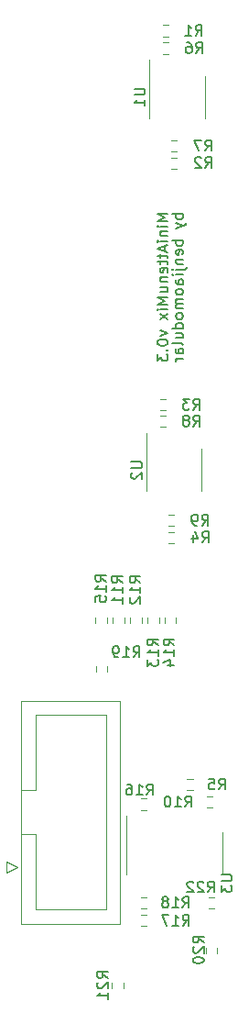
<source format=gbr>
%TF.GenerationSoftware,KiCad,Pcbnew,6.0.11+dfsg-1~bpo11+1*%
%TF.CreationDate,2023-12-01T17:46:12+08:00*%
%TF.ProjectId,MiniAttenuMix v0.3 - Main,4d696e69-4174-4746-956e-754d69782076,v0.3*%
%TF.SameCoordinates,Original*%
%TF.FileFunction,Legend,Bot*%
%TF.FilePolarity,Positive*%
%FSLAX46Y46*%
G04 Gerber Fmt 4.6, Leading zero omitted, Abs format (unit mm)*
G04 Created by KiCad (PCBNEW 6.0.11+dfsg-1~bpo11+1) date 2023-12-01 17:46:12*
%MOMM*%
%LPD*%
G01*
G04 APERTURE LIST*
%ADD10C,0.150000*%
%ADD11C,0.120000*%
G04 APERTURE END LIST*
D10*
X153952380Y-70038095D02*
X152952380Y-70038095D01*
X153666666Y-70371428D01*
X152952380Y-70704761D01*
X153952380Y-70704761D01*
X153952380Y-71180952D02*
X153285714Y-71180952D01*
X152952380Y-71180952D02*
X153000000Y-71133333D01*
X153047619Y-71180952D01*
X153000000Y-71228571D01*
X152952380Y-71180952D01*
X153047619Y-71180952D01*
X153285714Y-71657142D02*
X153952380Y-71657142D01*
X153380952Y-71657142D02*
X153333333Y-71704761D01*
X153285714Y-71800000D01*
X153285714Y-71942857D01*
X153333333Y-72038095D01*
X153428571Y-72085714D01*
X153952380Y-72085714D01*
X153952380Y-72561904D02*
X153285714Y-72561904D01*
X152952380Y-72561904D02*
X153000000Y-72514285D01*
X153047619Y-72561904D01*
X153000000Y-72609523D01*
X152952380Y-72561904D01*
X153047619Y-72561904D01*
X153666666Y-72990476D02*
X153666666Y-73466666D01*
X153952380Y-72895238D02*
X152952380Y-73228571D01*
X153952380Y-73561904D01*
X153285714Y-73752380D02*
X153285714Y-74133333D01*
X152952380Y-73895238D02*
X153809523Y-73895238D01*
X153904761Y-73942857D01*
X153952380Y-74038095D01*
X153952380Y-74133333D01*
X153285714Y-74323809D02*
X153285714Y-74704761D01*
X152952380Y-74466666D02*
X153809523Y-74466666D01*
X153904761Y-74514285D01*
X153952380Y-74609523D01*
X153952380Y-74704761D01*
X153904761Y-75419047D02*
X153952380Y-75323809D01*
X153952380Y-75133333D01*
X153904761Y-75038095D01*
X153809523Y-74990476D01*
X153428571Y-74990476D01*
X153333333Y-75038095D01*
X153285714Y-75133333D01*
X153285714Y-75323809D01*
X153333333Y-75419047D01*
X153428571Y-75466666D01*
X153523809Y-75466666D01*
X153619047Y-74990476D01*
X153285714Y-75895238D02*
X153952380Y-75895238D01*
X153380952Y-75895238D02*
X153333333Y-75942857D01*
X153285714Y-76038095D01*
X153285714Y-76180952D01*
X153333333Y-76276190D01*
X153428571Y-76323809D01*
X153952380Y-76323809D01*
X153285714Y-77228571D02*
X153952380Y-77228571D01*
X153285714Y-76800000D02*
X153809523Y-76800000D01*
X153904761Y-76847619D01*
X153952380Y-76942857D01*
X153952380Y-77085714D01*
X153904761Y-77180952D01*
X153857142Y-77228571D01*
X153952380Y-77704761D02*
X152952380Y-77704761D01*
X153666666Y-78038095D01*
X152952380Y-78371428D01*
X153952380Y-78371428D01*
X153952380Y-78847619D02*
X153285714Y-78847619D01*
X152952380Y-78847619D02*
X153000000Y-78800000D01*
X153047619Y-78847619D01*
X153000000Y-78895238D01*
X152952380Y-78847619D01*
X153047619Y-78847619D01*
X153952380Y-79228571D02*
X153285714Y-79752380D01*
X153285714Y-79228571D02*
X153952380Y-79752380D01*
X153285714Y-80800000D02*
X153952380Y-81038095D01*
X153285714Y-81276190D01*
X152952380Y-81847619D02*
X152952380Y-81942857D01*
X153000000Y-82038095D01*
X153047619Y-82085714D01*
X153142857Y-82133333D01*
X153333333Y-82180952D01*
X153571428Y-82180952D01*
X153761904Y-82133333D01*
X153857142Y-82085714D01*
X153904761Y-82038095D01*
X153952380Y-81942857D01*
X153952380Y-81847619D01*
X153904761Y-81752380D01*
X153857142Y-81704761D01*
X153761904Y-81657142D01*
X153571428Y-81609523D01*
X153333333Y-81609523D01*
X153142857Y-81657142D01*
X153047619Y-81704761D01*
X153000000Y-81752380D01*
X152952380Y-81847619D01*
X153857142Y-82609523D02*
X153904761Y-82657142D01*
X153952380Y-82609523D01*
X153904761Y-82561904D01*
X153857142Y-82609523D01*
X153952380Y-82609523D01*
X152952380Y-82990476D02*
X152952380Y-83609523D01*
X153333333Y-83276190D01*
X153333333Y-83419047D01*
X153380952Y-83514285D01*
X153428571Y-83561904D01*
X153523809Y-83609523D01*
X153761904Y-83609523D01*
X153857142Y-83561904D01*
X153904761Y-83514285D01*
X153952380Y-83419047D01*
X153952380Y-83133333D01*
X153904761Y-83038095D01*
X153857142Y-82990476D01*
X155352380Y-70061904D02*
X154352380Y-70061904D01*
X154733333Y-70061904D02*
X154685714Y-70157142D01*
X154685714Y-70347619D01*
X154733333Y-70442857D01*
X154780952Y-70490476D01*
X154876190Y-70538095D01*
X155161904Y-70538095D01*
X155257142Y-70490476D01*
X155304761Y-70442857D01*
X155352380Y-70347619D01*
X155352380Y-70157142D01*
X155304761Y-70061904D01*
X154685714Y-70871428D02*
X155352380Y-71109523D01*
X154685714Y-71347619D02*
X155352380Y-71109523D01*
X155590476Y-71014285D01*
X155638095Y-70966666D01*
X155685714Y-70871428D01*
X155352380Y-72490476D02*
X154352380Y-72490476D01*
X154733333Y-72490476D02*
X154685714Y-72585714D01*
X154685714Y-72776190D01*
X154733333Y-72871428D01*
X154780952Y-72919047D01*
X154876190Y-72966666D01*
X155161904Y-72966666D01*
X155257142Y-72919047D01*
X155304761Y-72871428D01*
X155352380Y-72776190D01*
X155352380Y-72585714D01*
X155304761Y-72490476D01*
X155304761Y-73776190D02*
X155352380Y-73680952D01*
X155352380Y-73490476D01*
X155304761Y-73395238D01*
X155209523Y-73347619D01*
X154828571Y-73347619D01*
X154733333Y-73395238D01*
X154685714Y-73490476D01*
X154685714Y-73680952D01*
X154733333Y-73776190D01*
X154828571Y-73823809D01*
X154923809Y-73823809D01*
X155019047Y-73347619D01*
X154685714Y-74252380D02*
X155352380Y-74252380D01*
X154780952Y-74252380D02*
X154733333Y-74300000D01*
X154685714Y-74395238D01*
X154685714Y-74538095D01*
X154733333Y-74633333D01*
X154828571Y-74680952D01*
X155352380Y-74680952D01*
X154685714Y-75157142D02*
X155542857Y-75157142D01*
X155638095Y-75109523D01*
X155685714Y-75014285D01*
X155685714Y-74966666D01*
X154352380Y-75157142D02*
X154400000Y-75109523D01*
X154447619Y-75157142D01*
X154400000Y-75204761D01*
X154352380Y-75157142D01*
X154447619Y-75157142D01*
X155352380Y-75633333D02*
X154685714Y-75633333D01*
X154352380Y-75633333D02*
X154400000Y-75585714D01*
X154447619Y-75633333D01*
X154400000Y-75680952D01*
X154352380Y-75633333D01*
X154447619Y-75633333D01*
X155352380Y-76538095D02*
X154828571Y-76538095D01*
X154733333Y-76490476D01*
X154685714Y-76395238D01*
X154685714Y-76204761D01*
X154733333Y-76109523D01*
X155304761Y-76538095D02*
X155352380Y-76442857D01*
X155352380Y-76204761D01*
X155304761Y-76109523D01*
X155209523Y-76061904D01*
X155114285Y-76061904D01*
X155019047Y-76109523D01*
X154971428Y-76204761D01*
X154971428Y-76442857D01*
X154923809Y-76538095D01*
X155352380Y-77157142D02*
X155304761Y-77061904D01*
X155257142Y-77014285D01*
X155161904Y-76966666D01*
X154876190Y-76966666D01*
X154780952Y-77014285D01*
X154733333Y-77061904D01*
X154685714Y-77157142D01*
X154685714Y-77300000D01*
X154733333Y-77395238D01*
X154780952Y-77442857D01*
X154876190Y-77490476D01*
X155161904Y-77490476D01*
X155257142Y-77442857D01*
X155304761Y-77395238D01*
X155352380Y-77300000D01*
X155352380Y-77157142D01*
X155352380Y-77919047D02*
X154685714Y-77919047D01*
X154780952Y-77919047D02*
X154733333Y-77966666D01*
X154685714Y-78061904D01*
X154685714Y-78204761D01*
X154733333Y-78300000D01*
X154828571Y-78347619D01*
X155352380Y-78347619D01*
X154828571Y-78347619D02*
X154733333Y-78395238D01*
X154685714Y-78490476D01*
X154685714Y-78633333D01*
X154733333Y-78728571D01*
X154828571Y-78776190D01*
X155352380Y-78776190D01*
X155352380Y-79395238D02*
X155304761Y-79300000D01*
X155257142Y-79252380D01*
X155161904Y-79204761D01*
X154876190Y-79204761D01*
X154780952Y-79252380D01*
X154733333Y-79300000D01*
X154685714Y-79395238D01*
X154685714Y-79538095D01*
X154733333Y-79633333D01*
X154780952Y-79680952D01*
X154876190Y-79728571D01*
X155161904Y-79728571D01*
X155257142Y-79680952D01*
X155304761Y-79633333D01*
X155352380Y-79538095D01*
X155352380Y-79395238D01*
X155352380Y-80585714D02*
X154352380Y-80585714D01*
X155304761Y-80585714D02*
X155352380Y-80490476D01*
X155352380Y-80300000D01*
X155304761Y-80204761D01*
X155257142Y-80157142D01*
X155161904Y-80109523D01*
X154876190Y-80109523D01*
X154780952Y-80157142D01*
X154733333Y-80204761D01*
X154685714Y-80300000D01*
X154685714Y-80490476D01*
X154733333Y-80585714D01*
X154685714Y-81490476D02*
X155352380Y-81490476D01*
X154685714Y-81061904D02*
X155209523Y-81061904D01*
X155304761Y-81109523D01*
X155352380Y-81204761D01*
X155352380Y-81347619D01*
X155304761Y-81442857D01*
X155257142Y-81490476D01*
X155352380Y-82109523D02*
X155304761Y-82014285D01*
X155209523Y-81966666D01*
X154352380Y-81966666D01*
X155352380Y-82919047D02*
X154828571Y-82919047D01*
X154733333Y-82871428D01*
X154685714Y-82776190D01*
X154685714Y-82585714D01*
X154733333Y-82490476D01*
X155304761Y-82919047D02*
X155352380Y-82823809D01*
X155352380Y-82585714D01*
X155304761Y-82490476D01*
X155209523Y-82442857D01*
X155114285Y-82442857D01*
X155019047Y-82490476D01*
X154971428Y-82585714D01*
X154971428Y-82823809D01*
X154923809Y-82919047D01*
X155352380Y-83395238D02*
X154685714Y-83395238D01*
X154876190Y-83395238D02*
X154780952Y-83442857D01*
X154733333Y-83490476D01*
X154685714Y-83585714D01*
X154685714Y-83680952D01*
%TO.C,R16*%
X151992857Y-123652380D02*
X152326190Y-123176190D01*
X152564285Y-123652380D02*
X152564285Y-122652380D01*
X152183333Y-122652380D01*
X152088095Y-122700000D01*
X152040476Y-122747619D01*
X151992857Y-122842857D01*
X151992857Y-122985714D01*
X152040476Y-123080952D01*
X152088095Y-123128571D01*
X152183333Y-123176190D01*
X152564285Y-123176190D01*
X151040476Y-123652380D02*
X151611904Y-123652380D01*
X151326190Y-123652380D02*
X151326190Y-122652380D01*
X151421428Y-122795238D01*
X151516666Y-122890476D01*
X151611904Y-122938095D01*
X150183333Y-122652380D02*
X150373809Y-122652380D01*
X150469047Y-122700000D01*
X150516666Y-122747619D01*
X150611904Y-122890476D01*
X150659523Y-123080952D01*
X150659523Y-123461904D01*
X150611904Y-123557142D01*
X150564285Y-123604761D01*
X150469047Y-123652380D01*
X150278571Y-123652380D01*
X150183333Y-123604761D01*
X150135714Y-123557142D01*
X150088095Y-123461904D01*
X150088095Y-123223809D01*
X150135714Y-123128571D01*
X150183333Y-123080952D01*
X150278571Y-123033333D01*
X150469047Y-123033333D01*
X150564285Y-123080952D01*
X150611904Y-123128571D01*
X150659523Y-123223809D01*
%TO.C,U1*%
X150847380Y-58487171D02*
X151656904Y-58487171D01*
X151752142Y-58534790D01*
X151799761Y-58582409D01*
X151847380Y-58677647D01*
X151847380Y-58868123D01*
X151799761Y-58963361D01*
X151752142Y-59010980D01*
X151656904Y-59058599D01*
X150847380Y-59058599D01*
X151847380Y-60058599D02*
X151847380Y-59487171D01*
X151847380Y-59772885D02*
X150847380Y-59772885D01*
X150990238Y-59677647D01*
X151085476Y-59582409D01*
X151133095Y-59487171D01*
%TO.C,R18*%
X155317857Y-134052380D02*
X155651190Y-133576190D01*
X155889285Y-134052380D02*
X155889285Y-133052380D01*
X155508333Y-133052380D01*
X155413095Y-133100000D01*
X155365476Y-133147619D01*
X155317857Y-133242857D01*
X155317857Y-133385714D01*
X155365476Y-133480952D01*
X155413095Y-133528571D01*
X155508333Y-133576190D01*
X155889285Y-133576190D01*
X154365476Y-134052380D02*
X154936904Y-134052380D01*
X154651190Y-134052380D02*
X154651190Y-133052380D01*
X154746428Y-133195238D01*
X154841666Y-133290476D01*
X154936904Y-133338095D01*
X153794047Y-133480952D02*
X153889285Y-133433333D01*
X153936904Y-133385714D01*
X153984523Y-133290476D01*
X153984523Y-133242857D01*
X153936904Y-133147619D01*
X153889285Y-133100000D01*
X153794047Y-133052380D01*
X153603571Y-133052380D01*
X153508333Y-133100000D01*
X153460714Y-133147619D01*
X153413095Y-133242857D01*
X153413095Y-133290476D01*
X153460714Y-133385714D01*
X153508333Y-133433333D01*
X153603571Y-133480952D01*
X153794047Y-133480952D01*
X153889285Y-133528571D01*
X153936904Y-133576190D01*
X153984523Y-133671428D01*
X153984523Y-133861904D01*
X153936904Y-133957142D01*
X153889285Y-134004761D01*
X153794047Y-134052380D01*
X153603571Y-134052380D01*
X153508333Y-134004761D01*
X153460714Y-133957142D01*
X153413095Y-133861904D01*
X153413095Y-133671428D01*
X153460714Y-133576190D01*
X153508333Y-133528571D01*
X153603571Y-133480952D01*
%TO.C,R1*%
X156511666Y-53601456D02*
X156845000Y-53125266D01*
X157083095Y-53601456D02*
X157083095Y-52601456D01*
X156702142Y-52601456D01*
X156606904Y-52649076D01*
X156559285Y-52696695D01*
X156511666Y-52791933D01*
X156511666Y-52934790D01*
X156559285Y-53030028D01*
X156606904Y-53077647D01*
X156702142Y-53125266D01*
X157083095Y-53125266D01*
X155559285Y-53601456D02*
X156130714Y-53601456D01*
X155845000Y-53601456D02*
X155845000Y-52601456D01*
X155940238Y-52744314D01*
X156035476Y-52839552D01*
X156130714Y-52887171D01*
%TO.C,R11*%
X149777380Y-104082142D02*
X149301190Y-103748809D01*
X149777380Y-103510714D02*
X148777380Y-103510714D01*
X148777380Y-103891666D01*
X148825000Y-103986904D01*
X148872619Y-104034523D01*
X148967857Y-104082142D01*
X149110714Y-104082142D01*
X149205952Y-104034523D01*
X149253571Y-103986904D01*
X149301190Y-103891666D01*
X149301190Y-103510714D01*
X149777380Y-105034523D02*
X149777380Y-104463095D01*
X149777380Y-104748809D02*
X148777380Y-104748809D01*
X148920238Y-104653571D01*
X149015476Y-104558333D01*
X149063095Y-104463095D01*
X149777380Y-105986904D02*
X149777380Y-105415476D01*
X149777380Y-105701190D02*
X148777380Y-105701190D01*
X148920238Y-105605952D01*
X149015476Y-105510714D01*
X149063095Y-105415476D01*
%TO.C,R9*%
X157114066Y-98779980D02*
X157447400Y-98303790D01*
X157685495Y-98779980D02*
X157685495Y-97779980D01*
X157304542Y-97779980D01*
X157209304Y-97827600D01*
X157161685Y-97875219D01*
X157114066Y-97970457D01*
X157114066Y-98113314D01*
X157161685Y-98208552D01*
X157209304Y-98256171D01*
X157304542Y-98303790D01*
X157685495Y-98303790D01*
X156637876Y-98779980D02*
X156447400Y-98779980D01*
X156352161Y-98732361D01*
X156304542Y-98684742D01*
X156209304Y-98541885D01*
X156161685Y-98351409D01*
X156161685Y-97970457D01*
X156209304Y-97875219D01*
X156256923Y-97827600D01*
X156352161Y-97779980D01*
X156542638Y-97779980D01*
X156637876Y-97827600D01*
X156685495Y-97875219D01*
X156733114Y-97970457D01*
X156733114Y-98208552D01*
X156685495Y-98303790D01*
X156637876Y-98351409D01*
X156542638Y-98399028D01*
X156352161Y-98399028D01*
X156256923Y-98351409D01*
X156209304Y-98303790D01*
X156161685Y-98208552D01*
%TO.C,R4*%
X157126566Y-100354980D02*
X157459900Y-99878790D01*
X157697995Y-100354980D02*
X157697995Y-99354980D01*
X157317042Y-99354980D01*
X157221804Y-99402600D01*
X157174185Y-99450219D01*
X157126566Y-99545457D01*
X157126566Y-99688314D01*
X157174185Y-99783552D01*
X157221804Y-99831171D01*
X157317042Y-99878790D01*
X157697995Y-99878790D01*
X156269423Y-99688314D02*
X156269423Y-100354980D01*
X156507519Y-99307361D02*
X156745614Y-100021647D01*
X156126566Y-100021647D01*
%TO.C,R17*%
X155332857Y-135702380D02*
X155666190Y-135226190D01*
X155904285Y-135702380D02*
X155904285Y-134702380D01*
X155523333Y-134702380D01*
X155428095Y-134750000D01*
X155380476Y-134797619D01*
X155332857Y-134892857D01*
X155332857Y-135035714D01*
X155380476Y-135130952D01*
X155428095Y-135178571D01*
X155523333Y-135226190D01*
X155904285Y-135226190D01*
X154380476Y-135702380D02*
X154951904Y-135702380D01*
X154666190Y-135702380D02*
X154666190Y-134702380D01*
X154761428Y-134845238D01*
X154856666Y-134940476D01*
X154951904Y-134988095D01*
X154047142Y-134702380D02*
X153380476Y-134702380D01*
X153809047Y-135702380D01*
%TO.C,R22*%
X157642857Y-132632380D02*
X157976190Y-132156190D01*
X158214285Y-132632380D02*
X158214285Y-131632380D01*
X157833333Y-131632380D01*
X157738095Y-131680000D01*
X157690476Y-131727619D01*
X157642857Y-131822857D01*
X157642857Y-131965714D01*
X157690476Y-132060952D01*
X157738095Y-132108571D01*
X157833333Y-132156190D01*
X158214285Y-132156190D01*
X157261904Y-131727619D02*
X157214285Y-131680000D01*
X157119047Y-131632380D01*
X156880952Y-131632380D01*
X156785714Y-131680000D01*
X156738095Y-131727619D01*
X156690476Y-131822857D01*
X156690476Y-131918095D01*
X156738095Y-132060952D01*
X157309523Y-132632380D01*
X156690476Y-132632380D01*
X156309523Y-131727619D02*
X156261904Y-131680000D01*
X156166666Y-131632380D01*
X155928571Y-131632380D01*
X155833333Y-131680000D01*
X155785714Y-131727619D01*
X155738095Y-131822857D01*
X155738095Y-131918095D01*
X155785714Y-132060952D01*
X156357142Y-132632380D01*
X155738095Y-132632380D01*
%TO.C,R7*%
X157411666Y-64226456D02*
X157745000Y-63750266D01*
X157983095Y-64226456D02*
X157983095Y-63226456D01*
X157602142Y-63226456D01*
X157506904Y-63274076D01*
X157459285Y-63321695D01*
X157411666Y-63416933D01*
X157411666Y-63559790D01*
X157459285Y-63655028D01*
X157506904Y-63702647D01*
X157602142Y-63750266D01*
X157983095Y-63750266D01*
X157078333Y-63226456D02*
X156411666Y-63226456D01*
X156840238Y-64226456D01*
%TO.C,R13*%
X153052380Y-109857142D02*
X152576190Y-109523809D01*
X153052380Y-109285714D02*
X152052380Y-109285714D01*
X152052380Y-109666666D01*
X152100000Y-109761904D01*
X152147619Y-109809523D01*
X152242857Y-109857142D01*
X152385714Y-109857142D01*
X152480952Y-109809523D01*
X152528571Y-109761904D01*
X152576190Y-109666666D01*
X152576190Y-109285714D01*
X153052380Y-110809523D02*
X153052380Y-110238095D01*
X153052380Y-110523809D02*
X152052380Y-110523809D01*
X152195238Y-110428571D01*
X152290476Y-110333333D01*
X152338095Y-110238095D01*
X152052380Y-111142857D02*
X152052380Y-111761904D01*
X152433333Y-111428571D01*
X152433333Y-111571428D01*
X152480952Y-111666666D01*
X152528571Y-111714285D01*
X152623809Y-111761904D01*
X152861904Y-111761904D01*
X152957142Y-111714285D01*
X153004761Y-111666666D01*
X153052380Y-111571428D01*
X153052380Y-111285714D01*
X153004761Y-111190476D01*
X152957142Y-111142857D01*
%TO.C,R3*%
X156291666Y-88104980D02*
X156625000Y-87628790D01*
X156863095Y-88104980D02*
X156863095Y-87104980D01*
X156482142Y-87104980D01*
X156386904Y-87152600D01*
X156339285Y-87200219D01*
X156291666Y-87295457D01*
X156291666Y-87438314D01*
X156339285Y-87533552D01*
X156386904Y-87581171D01*
X156482142Y-87628790D01*
X156863095Y-87628790D01*
X155958333Y-87104980D02*
X155339285Y-87104980D01*
X155672619Y-87485933D01*
X155529761Y-87485933D01*
X155434523Y-87533552D01*
X155386904Y-87581171D01*
X155339285Y-87676409D01*
X155339285Y-87914504D01*
X155386904Y-88009742D01*
X155434523Y-88057361D01*
X155529761Y-88104980D01*
X155815476Y-88104980D01*
X155910714Y-88057361D01*
X155958333Y-88009742D01*
%TO.C,R10*%
X155542857Y-124752380D02*
X155876190Y-124276190D01*
X156114285Y-124752380D02*
X156114285Y-123752380D01*
X155733333Y-123752380D01*
X155638095Y-123800000D01*
X155590476Y-123847619D01*
X155542857Y-123942857D01*
X155542857Y-124085714D01*
X155590476Y-124180952D01*
X155638095Y-124228571D01*
X155733333Y-124276190D01*
X156114285Y-124276190D01*
X154590476Y-124752380D02*
X155161904Y-124752380D01*
X154876190Y-124752380D02*
X154876190Y-123752380D01*
X154971428Y-123895238D01*
X155066666Y-123990476D01*
X155161904Y-124038095D01*
X153971428Y-123752380D02*
X153876190Y-123752380D01*
X153780952Y-123800000D01*
X153733333Y-123847619D01*
X153685714Y-123942857D01*
X153638095Y-124133333D01*
X153638095Y-124371428D01*
X153685714Y-124561904D01*
X153733333Y-124657142D01*
X153780952Y-124704761D01*
X153876190Y-124752380D01*
X153971428Y-124752380D01*
X154066666Y-124704761D01*
X154114285Y-124657142D01*
X154161904Y-124561904D01*
X154209523Y-124371428D01*
X154209523Y-124133333D01*
X154161904Y-123942857D01*
X154114285Y-123847619D01*
X154066666Y-123800000D01*
X153971428Y-123752380D01*
%TO.C,R21*%
X148402380Y-140557142D02*
X147926190Y-140223809D01*
X148402380Y-139985714D02*
X147402380Y-139985714D01*
X147402380Y-140366666D01*
X147450000Y-140461904D01*
X147497619Y-140509523D01*
X147592857Y-140557142D01*
X147735714Y-140557142D01*
X147830952Y-140509523D01*
X147878571Y-140461904D01*
X147926190Y-140366666D01*
X147926190Y-139985714D01*
X147497619Y-140938095D02*
X147450000Y-140985714D01*
X147402380Y-141080952D01*
X147402380Y-141319047D01*
X147450000Y-141414285D01*
X147497619Y-141461904D01*
X147592857Y-141509523D01*
X147688095Y-141509523D01*
X147830952Y-141461904D01*
X148402380Y-140890476D01*
X148402380Y-141509523D01*
X148402380Y-142461904D02*
X148402380Y-141890476D01*
X148402380Y-142176190D02*
X147402380Y-142176190D01*
X147545238Y-142080952D01*
X147640476Y-141985714D01*
X147688095Y-141890476D01*
%TO.C,R6*%
X156561666Y-55201456D02*
X156895000Y-54725266D01*
X157133095Y-55201456D02*
X157133095Y-54201456D01*
X156752142Y-54201456D01*
X156656904Y-54249076D01*
X156609285Y-54296695D01*
X156561666Y-54391933D01*
X156561666Y-54534790D01*
X156609285Y-54630028D01*
X156656904Y-54677647D01*
X156752142Y-54725266D01*
X157133095Y-54725266D01*
X155704523Y-54201456D02*
X155895000Y-54201456D01*
X155990238Y-54249076D01*
X156037857Y-54296695D01*
X156133095Y-54439552D01*
X156180714Y-54630028D01*
X156180714Y-55010980D01*
X156133095Y-55106218D01*
X156085476Y-55153837D01*
X155990238Y-55201456D01*
X155799761Y-55201456D01*
X155704523Y-55153837D01*
X155656904Y-55106218D01*
X155609285Y-55010980D01*
X155609285Y-54772885D01*
X155656904Y-54677647D01*
X155704523Y-54630028D01*
X155799761Y-54582409D01*
X155990238Y-54582409D01*
X156085476Y-54630028D01*
X156133095Y-54677647D01*
X156180714Y-54772885D01*
%TO.C,R12*%
X151427380Y-104082142D02*
X150951190Y-103748809D01*
X151427380Y-103510714D02*
X150427380Y-103510714D01*
X150427380Y-103891666D01*
X150475000Y-103986904D01*
X150522619Y-104034523D01*
X150617857Y-104082142D01*
X150760714Y-104082142D01*
X150855952Y-104034523D01*
X150903571Y-103986904D01*
X150951190Y-103891666D01*
X150951190Y-103510714D01*
X151427380Y-105034523D02*
X151427380Y-104463095D01*
X151427380Y-104748809D02*
X150427380Y-104748809D01*
X150570238Y-104653571D01*
X150665476Y-104558333D01*
X150713095Y-104463095D01*
X150522619Y-105415476D02*
X150475000Y-105463095D01*
X150427380Y-105558333D01*
X150427380Y-105796428D01*
X150475000Y-105891666D01*
X150522619Y-105939285D01*
X150617857Y-105986904D01*
X150713095Y-105986904D01*
X150855952Y-105939285D01*
X151427380Y-105367857D01*
X151427380Y-105986904D01*
%TO.C,R8*%
X156311566Y-89629980D02*
X156644900Y-89153790D01*
X156882995Y-89629980D02*
X156882995Y-88629980D01*
X156502042Y-88629980D01*
X156406804Y-88677600D01*
X156359185Y-88725219D01*
X156311566Y-88820457D01*
X156311566Y-88963314D01*
X156359185Y-89058552D01*
X156406804Y-89106171D01*
X156502042Y-89153790D01*
X156882995Y-89153790D01*
X155740138Y-89058552D02*
X155835376Y-89010933D01*
X155882995Y-88963314D01*
X155930614Y-88868076D01*
X155930614Y-88820457D01*
X155882995Y-88725219D01*
X155835376Y-88677600D01*
X155740138Y-88629980D01*
X155549661Y-88629980D01*
X155454423Y-88677600D01*
X155406804Y-88725219D01*
X155359185Y-88820457D01*
X155359185Y-88868076D01*
X155406804Y-88963314D01*
X155454423Y-89010933D01*
X155549661Y-89058552D01*
X155740138Y-89058552D01*
X155835376Y-89106171D01*
X155882995Y-89153790D01*
X155930614Y-89249028D01*
X155930614Y-89439504D01*
X155882995Y-89534742D01*
X155835376Y-89582361D01*
X155740138Y-89629980D01*
X155549661Y-89629980D01*
X155454423Y-89582361D01*
X155406804Y-89534742D01*
X155359185Y-89439504D01*
X155359185Y-89249028D01*
X155406804Y-89153790D01*
X155454423Y-89106171D01*
X155549661Y-89058552D01*
%TO.C,R14*%
X154552380Y-109857142D02*
X154076190Y-109523809D01*
X154552380Y-109285714D02*
X153552380Y-109285714D01*
X153552380Y-109666666D01*
X153600000Y-109761904D01*
X153647619Y-109809523D01*
X153742857Y-109857142D01*
X153885714Y-109857142D01*
X153980952Y-109809523D01*
X154028571Y-109761904D01*
X154076190Y-109666666D01*
X154076190Y-109285714D01*
X154552380Y-110809523D02*
X154552380Y-110238095D01*
X154552380Y-110523809D02*
X153552380Y-110523809D01*
X153695238Y-110428571D01*
X153790476Y-110333333D01*
X153838095Y-110238095D01*
X153885714Y-111666666D02*
X154552380Y-111666666D01*
X153504761Y-111428571D02*
X154219047Y-111190476D01*
X154219047Y-111809523D01*
%TO.C,R19*%
X150756857Y-110942380D02*
X151090190Y-110466190D01*
X151328285Y-110942380D02*
X151328285Y-109942380D01*
X150947333Y-109942380D01*
X150852095Y-109990000D01*
X150804476Y-110037619D01*
X150756857Y-110132857D01*
X150756857Y-110275714D01*
X150804476Y-110370952D01*
X150852095Y-110418571D01*
X150947333Y-110466190D01*
X151328285Y-110466190D01*
X149804476Y-110942380D02*
X150375904Y-110942380D01*
X150090190Y-110942380D02*
X150090190Y-109942380D01*
X150185428Y-110085238D01*
X150280666Y-110180476D01*
X150375904Y-110228095D01*
X149328285Y-110942380D02*
X149137809Y-110942380D01*
X149042571Y-110894761D01*
X148994952Y-110847142D01*
X148899714Y-110704285D01*
X148852095Y-110513809D01*
X148852095Y-110132857D01*
X148899714Y-110037619D01*
X148947333Y-109990000D01*
X149042571Y-109942380D01*
X149233047Y-109942380D01*
X149328285Y-109990000D01*
X149375904Y-110037619D01*
X149423523Y-110132857D01*
X149423523Y-110370952D01*
X149375904Y-110466190D01*
X149328285Y-110513809D01*
X149233047Y-110561428D01*
X149042571Y-110561428D01*
X148947333Y-110513809D01*
X148899714Y-110466190D01*
X148852095Y-110370952D01*
%TO.C,U2*%
X150572280Y-92915695D02*
X151381804Y-92915695D01*
X151477042Y-92963314D01*
X151524661Y-93010933D01*
X151572280Y-93106171D01*
X151572280Y-93296647D01*
X151524661Y-93391885D01*
X151477042Y-93439504D01*
X151381804Y-93487123D01*
X150572280Y-93487123D01*
X150667519Y-93915695D02*
X150619900Y-93963314D01*
X150572280Y-94058552D01*
X150572280Y-94296647D01*
X150619900Y-94391885D01*
X150667519Y-94439504D01*
X150762757Y-94487123D01*
X150857995Y-94487123D01*
X151000852Y-94439504D01*
X151572280Y-93868076D01*
X151572280Y-94487123D01*
%TO.C,R20*%
X157277380Y-137282142D02*
X156801190Y-136948809D01*
X157277380Y-136710714D02*
X156277380Y-136710714D01*
X156277380Y-137091666D01*
X156325000Y-137186904D01*
X156372619Y-137234523D01*
X156467857Y-137282142D01*
X156610714Y-137282142D01*
X156705952Y-137234523D01*
X156753571Y-137186904D01*
X156801190Y-137091666D01*
X156801190Y-136710714D01*
X156372619Y-137663095D02*
X156325000Y-137710714D01*
X156277380Y-137805952D01*
X156277380Y-138044047D01*
X156325000Y-138139285D01*
X156372619Y-138186904D01*
X156467857Y-138234523D01*
X156563095Y-138234523D01*
X156705952Y-138186904D01*
X157277380Y-137615476D01*
X157277380Y-138234523D01*
X156277380Y-138853571D02*
X156277380Y-138948809D01*
X156325000Y-139044047D01*
X156372619Y-139091666D01*
X156467857Y-139139285D01*
X156658333Y-139186904D01*
X156896428Y-139186904D01*
X157086904Y-139139285D01*
X157182142Y-139091666D01*
X157229761Y-139044047D01*
X157277380Y-138948809D01*
X157277380Y-138853571D01*
X157229761Y-138758333D01*
X157182142Y-138710714D01*
X157086904Y-138663095D01*
X156896428Y-138615476D01*
X156658333Y-138615476D01*
X156467857Y-138663095D01*
X156372619Y-138710714D01*
X156325000Y-138758333D01*
X156277380Y-138853571D01*
%TO.C,U3*%
X158882380Y-131018095D02*
X159691904Y-131018095D01*
X159787142Y-131065714D01*
X159834761Y-131113333D01*
X159882380Y-131208571D01*
X159882380Y-131399047D01*
X159834761Y-131494285D01*
X159787142Y-131541904D01*
X159691904Y-131589523D01*
X158882380Y-131589523D01*
X158882380Y-131970476D02*
X158882380Y-132589523D01*
X159263333Y-132256190D01*
X159263333Y-132399047D01*
X159310952Y-132494285D01*
X159358571Y-132541904D01*
X159453809Y-132589523D01*
X159691904Y-132589523D01*
X159787142Y-132541904D01*
X159834761Y-132494285D01*
X159882380Y-132399047D01*
X159882380Y-132113333D01*
X159834761Y-132018095D01*
X159787142Y-131970476D01*
%TO.C,R15*%
X148252380Y-103957142D02*
X147776190Y-103623809D01*
X148252380Y-103385714D02*
X147252380Y-103385714D01*
X147252380Y-103766666D01*
X147300000Y-103861904D01*
X147347619Y-103909523D01*
X147442857Y-103957142D01*
X147585714Y-103957142D01*
X147680952Y-103909523D01*
X147728571Y-103861904D01*
X147776190Y-103766666D01*
X147776190Y-103385714D01*
X148252380Y-104909523D02*
X148252380Y-104338095D01*
X148252380Y-104623809D02*
X147252380Y-104623809D01*
X147395238Y-104528571D01*
X147490476Y-104433333D01*
X147538095Y-104338095D01*
X147252380Y-105814285D02*
X147252380Y-105338095D01*
X147728571Y-105290476D01*
X147680952Y-105338095D01*
X147633333Y-105433333D01*
X147633333Y-105671428D01*
X147680952Y-105766666D01*
X147728571Y-105814285D01*
X147823809Y-105861904D01*
X148061904Y-105861904D01*
X148157142Y-105814285D01*
X148204761Y-105766666D01*
X148252380Y-105671428D01*
X148252380Y-105433333D01*
X148204761Y-105338095D01*
X148157142Y-105290476D01*
%TO.C,R2*%
X157411666Y-65801456D02*
X157745000Y-65325266D01*
X157983095Y-65801456D02*
X157983095Y-64801456D01*
X157602142Y-64801456D01*
X157506904Y-64849076D01*
X157459285Y-64896695D01*
X157411666Y-64991933D01*
X157411666Y-65134790D01*
X157459285Y-65230028D01*
X157506904Y-65277647D01*
X157602142Y-65325266D01*
X157983095Y-65325266D01*
X157030714Y-64896695D02*
X156983095Y-64849076D01*
X156887857Y-64801456D01*
X156649761Y-64801456D01*
X156554523Y-64849076D01*
X156506904Y-64896695D01*
X156459285Y-64991933D01*
X156459285Y-65087171D01*
X156506904Y-65230028D01*
X157078333Y-65801456D01*
X156459285Y-65801456D01*
%TO.C,R5*%
X158666666Y-123152380D02*
X159000000Y-122676190D01*
X159238095Y-123152380D02*
X159238095Y-122152380D01*
X158857142Y-122152380D01*
X158761904Y-122200000D01*
X158714285Y-122247619D01*
X158666666Y-122342857D01*
X158666666Y-122485714D01*
X158714285Y-122580952D01*
X158761904Y-122628571D01*
X158857142Y-122676190D01*
X159238095Y-122676190D01*
X157761904Y-122152380D02*
X158238095Y-122152380D01*
X158285714Y-122628571D01*
X158238095Y-122580952D01*
X158142857Y-122533333D01*
X157904761Y-122533333D01*
X157809523Y-122580952D01*
X157761904Y-122628571D01*
X157714285Y-122723809D01*
X157714285Y-122961904D01*
X157761904Y-123057142D01*
X157809523Y-123104761D01*
X157904761Y-123152380D01*
X158142857Y-123152380D01*
X158238095Y-123104761D01*
X158285714Y-123057142D01*
D11*
%TO.C,R16*%
X151944724Y-125022500D02*
X151435276Y-125022500D01*
X151944724Y-123977500D02*
X151435276Y-123977500D01*
%TO.C,U1*%
X152235000Y-59249076D02*
X152235000Y-61199076D01*
X157355000Y-59249076D02*
X157355000Y-61199076D01*
X152235000Y-59249076D02*
X152235000Y-55799076D01*
X157355000Y-59249076D02*
X157355000Y-57299076D01*
%TO.C,R18*%
X151944724Y-133077500D02*
X151435276Y-133077500D01*
X151944724Y-134122500D02*
X151435276Y-134122500D01*
%TO.C,R1*%
X153490276Y-53671576D02*
X153999724Y-53671576D01*
X153490276Y-52626576D02*
X153999724Y-52626576D01*
%TO.C,R11*%
X149922500Y-107245276D02*
X149922500Y-107754724D01*
X148877500Y-107245276D02*
X148877500Y-107754724D01*
%TO.C,R9*%
X154514624Y-97805100D02*
X154005176Y-97805100D01*
X154514624Y-98850100D02*
X154005176Y-98850100D01*
%TO.C,R4*%
X154030176Y-100425100D02*
X154539624Y-100425100D01*
X154030176Y-99380100D02*
X154539624Y-99380100D01*
%TO.C,J1*%
X139017500Y-130830000D02*
X139017500Y-129830000D01*
X141717500Y-116260000D02*
X141717500Y-123200000D01*
X140407500Y-135540000D02*
X149527500Y-135540000D01*
X141717500Y-127300000D02*
X141717500Y-134240000D01*
X141717500Y-123200000D02*
X141717500Y-123200000D01*
X140017500Y-130330000D02*
X139017500Y-130830000D01*
X149527500Y-135540000D02*
X149527500Y-114960000D01*
X148217500Y-134240000D02*
X148217500Y-116260000D01*
X148217500Y-116260000D02*
X141717500Y-116260000D01*
X140407500Y-127300000D02*
X141717500Y-127300000D01*
X139017500Y-129830000D02*
X140017500Y-130330000D01*
X149527500Y-114960000D02*
X140407500Y-114960000D01*
X140407500Y-114960000D02*
X140407500Y-135540000D01*
X141717500Y-123200000D02*
X140407500Y-123200000D01*
X141717500Y-134240000D02*
X148217500Y-134240000D01*
%TO.C,R17*%
X151435276Y-135722500D02*
X151944724Y-135722500D01*
X151435276Y-134677500D02*
X151944724Y-134677500D01*
%TO.C,R22*%
X157755276Y-133067500D02*
X158264724Y-133067500D01*
X157755276Y-134112500D02*
X158264724Y-134112500D01*
%TO.C,R7*%
X154799724Y-63251576D02*
X154290276Y-63251576D01*
X154799724Y-64296576D02*
X154290276Y-64296576D01*
%TO.C,R13*%
X153122500Y-107245276D02*
X153122500Y-107754724D01*
X152077500Y-107245276D02*
X152077500Y-107754724D01*
%TO.C,R3*%
X153245276Y-87130100D02*
X153754724Y-87130100D01*
X153245276Y-88175100D02*
X153754724Y-88175100D01*
%TO.C,R10*%
X157535276Y-123777500D02*
X158044724Y-123777500D01*
X157535276Y-124822500D02*
X158044724Y-124822500D01*
%TO.C,R21*%
X148777500Y-140945276D02*
X148777500Y-141454724D01*
X149822500Y-140945276D02*
X149822500Y-141454724D01*
%TO.C,R6*%
X153999724Y-54226576D02*
X153490276Y-54226576D01*
X153999724Y-55271576D02*
X153490276Y-55271576D01*
%TO.C,R12*%
X150477500Y-107245276D02*
X150477500Y-107754724D01*
X151522500Y-107245276D02*
X151522500Y-107754724D01*
%TO.C,R8*%
X153724624Y-89700100D02*
X153215176Y-89700100D01*
X153724624Y-88655100D02*
X153215176Y-88655100D01*
%TO.C,R14*%
X153677500Y-107245276D02*
X153677500Y-107754724D01*
X154722500Y-107245276D02*
X154722500Y-107754724D01*
%TO.C,R19*%
X147305500Y-112268724D02*
X147305500Y-111759276D01*
X148350500Y-112268724D02*
X148350500Y-111759276D01*
%TO.C,U2*%
X151959900Y-93677600D02*
X151959900Y-90227600D01*
X157079900Y-93677600D02*
X157079900Y-95627600D01*
X157079900Y-93677600D02*
X157079900Y-91727600D01*
X151959900Y-93677600D02*
X151959900Y-95627600D01*
%TO.C,R20*%
X158522500Y-137745276D02*
X158522500Y-138254724D01*
X157477500Y-137745276D02*
X157477500Y-138254724D01*
%TO.C,U3*%
X150155000Y-129025000D02*
X150155000Y-130975000D01*
X159025000Y-129025000D02*
X159025000Y-127075000D01*
X150155000Y-129025000D02*
X150155000Y-125575000D01*
X159025000Y-129025000D02*
X159025000Y-130975000D01*
%TO.C,R15*%
X147277500Y-107245276D02*
X147277500Y-107754724D01*
X148322500Y-107245276D02*
X148322500Y-107754724D01*
%TO.C,R2*%
X154290276Y-65871576D02*
X154799724Y-65871576D01*
X154290276Y-64826576D02*
X154799724Y-64826576D01*
%TO.C,R5*%
X155745276Y-122177500D02*
X156254724Y-122177500D01*
X155745276Y-123222500D02*
X156254724Y-123222500D01*
%TD*%
M02*

</source>
